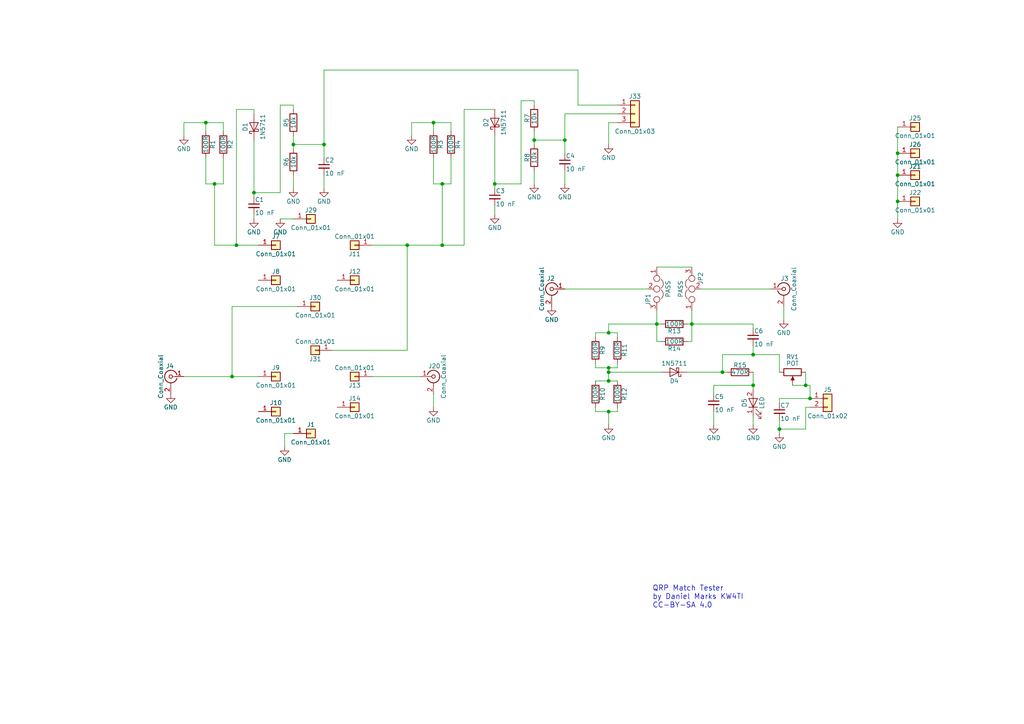
<source format=kicad_sch>
(kicad_sch (version 20211123) (generator eeschema)
  (paper "A4")
  (lib_symbols
    (symbol "MatchTester-rescue:C_Small" (pin_numbers hide) (pin_names (offset 0.254) hide)
      (property "Reference" "C" (at 0.254 1.778 0))
      (property "Value" "C_Small" (at 0.254 -2.032 0))
      (symbol "C_Small_0_1"
        (polyline (pts (xy -1.524 -0.508) (xy 1.524 -0.508)) (stroke (width 0.3302)))
        (polyline (pts (xy -1.524 0.508) (xy 1.524 0.508)) (stroke (width 0.3048)))
      )
      (symbol "C_Small_1_1"
        (pin passive line (at 0 2.54 270) (length 2.032) (name "~") (number "1"))
        (pin passive line (at 0 -2.54 90) (length 2.032) (name "~") (number "2"))
      )
    )
    (symbol "MatchTester-rescue:Conn_01x01" (pin_names (offset 1.016) hide)
      (property "Reference" "J" (at 0 2.54 0))
      (property "Value" "Conn_01x01" (at 0 -2.54 0))
      (symbol "Conn_01x01_1_1"
        (rectangle (start -1.27 0.127) (end 0 -0.127) (stroke (width 0.1524)))
        (rectangle (start -1.27 1.27) (end 1.27 -1.27) (stroke (width 0.254)) (fill (type background)))
        (pin passive line (at -5.08 0 0) (length 3.81) (name "Pin_1") (number "1"))
      )
    )
    (symbol "MatchTester-rescue:Conn_01x02" (pin_names (offset 1.016) hide)
      (property "Reference" "J" (at 0 2.54 0))
      (property "Value" "Conn_01x02" (at 0 -5.08 0))
      (symbol "Conn_01x02_1_1"
        (rectangle (start -1.27 -2.413) (end 0 -2.667) (stroke (width 0.1524)))
        (rectangle (start -1.27 0.127) (end 0 -0.127) (stroke (width 0.1524)))
        (rectangle (start -1.27 1.27) (end 1.27 -3.81) (stroke (width 0.254)) (fill (type background)))
        (pin passive line (at -5.08 0 0) (length 3.81) (name "Pin_1") (number "1"))
        (pin passive line (at -5.08 -2.54 0) (length 3.81) (name "Pin_2") (number "2"))
      )
    )
    (symbol "MatchTester-rescue:Conn_01x03" (pin_names (offset 1.016) hide)
      (property "Reference" "J" (at 0 5.08 0))
      (property "Value" "Conn_01x03" (at 0 -5.08 0))
      (symbol "Conn_01x03_1_1"
        (rectangle (start -1.27 -2.413) (end 0 -2.667) (stroke (width 0.1524)))
        (rectangle (start -1.27 0.127) (end 0 -0.127) (stroke (width 0.1524)))
        (rectangle (start -1.27 2.667) (end 0 2.413) (stroke (width 0.1524)))
        (rectangle (start -1.27 3.81) (end 1.27 -3.81) (stroke (width 0.254)) (fill (type background)))
        (pin passive line (at -5.08 2.54 0) (length 3.81) (name "Pin_1") (number "1"))
        (pin passive line (at -5.08 0 0) (length 3.81) (name "Pin_2") (number "2"))
        (pin passive line (at -5.08 -2.54 0) (length 3.81) (name "Pin_3") (number "3"))
      )
    )
    (symbol "MatchTester-rescue:Conn_Coaxial" (pin_names (offset 1.016) hide)
      (property "Reference" "J" (at 0.254 3.048 0))
      (property "Value" "Conn_Coaxial" (at 2.921 0 90))
      (symbol "Conn_Coaxial_0_1"
        (arc (start -1.778 -0.508) (mid 0.2311 -1.8066) (end 1.778 0) (stroke (width 0.254)))
        (polyline (pts (xy -1.27 0) (xy -0.508 0)))
        (polyline (pts (xy 0 -2.54) (xy 0 -1.778)))
        (circle (center 0 0) (radius 0.508) (stroke (width 0.2032)))
        (arc (start 1.778 0) (mid 0.2099 1.8101) (end -1.778 0.508) (stroke (width 0.254)))
      )
      (symbol "Conn_Coaxial_1_1"
        (pin passive line (at -3.81 0 0) (length 2.54) (name "In") (number "1"))
        (pin passive line (at 0 -5.08 90) (length 2.54) (name "Ext") (number "2"))
      )
    )
    (symbol "MatchTester-rescue:D_Schottky" (pin_numbers hide) (pin_names (offset 1.016) hide)
      (property "Reference" "D" (at 0 2.54 0))
      (property "Value" "D_Schottky" (at 0 -2.54 0))
      (symbol "D_Schottky_0_1"
        (polyline (pts (xy 1.27 0) (xy -1.27 0)))
        (polyline (pts (xy 1.27 1.27) (xy 1.27 -1.27) (xy -1.27 0) (xy 1.27 1.27)) (stroke (width 0.2032)))
        (polyline (pts (xy -1.905 0.635) (xy -1.905 1.27) (xy -1.27 1.27) (xy -1.27 -1.27) (xy -0.635 -1.27) (xy -0.635 -0.635)) (stroke (width 0.2032)))
      )
      (symbol "D_Schottky_1_1"
        (pin passive line (at -3.81 0 0) (length 2.54) (name "K") (number "1"))
        (pin passive line (at 3.81 0 180) (length 2.54) (name "A") (number "2"))
      )
    )
    (symbol "MatchTester-rescue:GND" (power) (pin_names (offset 0))
      (property "Value" "GND" (at 0 -3.81 0))
      (symbol "GND_0_1"
        (polyline (pts (xy 0 0) (xy 0 -1.27) (xy 1.27 -1.27) (xy 0 -2.54) (xy -1.27 -1.27) (xy 0 -1.27)))
      )
      (symbol "GND_1_1"
        (pin power_in line (at 0 0 270) (length 0) hide (name "GND") (number "1"))
      )
    )
    (symbol "MatchTester-rescue:Jumper_NC_Dual" (pin_names (offset 0.762) hide)
      (property "Reference" "JP" (at 1.27 -2.54 0))
      (property "Value" "Jumper_NC_Dual" (at 0 2.54 0))
      (symbol "Jumper_NC_Dual_0_1"
        (circle (center -3.048 0) (radius 0.889))
        (arc (start -0.254 1.27) (mid -1.524 1.8804) (end -2.794 1.27))
        (circle (center 0 0) (radius 0.9144))
        (arc (start 2.794 1.27) (mid 1.524 1.8804) (end 0.254 1.27))
        (circle (center 3.048 0) (radius 0.889))
        (pin passive line (at -6.35 0 0) (length 2.413) (name "1") (number "1"))
        (pin passive line (at 0 -2.54 90) (length 1.524) (name "2") (number "2"))
        (pin passive line (at 6.35 0 180) (length 2.413) (name "3") (number "3"))
      )
    )
    (symbol "MatchTester-rescue:LED" (pin_names (offset 1.016) hide)
      (property "Reference" "D" (at 0 2.54 0))
      (property "Value" "LED" (at 0 -2.54 0))
      (symbol "LED_0_1"
        (polyline (pts (xy -1.27 -1.27) (xy -1.27 1.27)) (stroke (width 0.2032)))
        (polyline (pts (xy -1.27 0) (xy 1.27 0)))
        (polyline (pts (xy 1.27 -1.27) (xy 1.27 1.27) (xy -1.27 0) (xy 1.27 -1.27)) (stroke (width 0.2032)))
        (polyline (pts (xy -3.048 -0.762) (xy -4.572 -2.286) (xy -3.81 -2.286) (xy -4.572 -2.286) (xy -4.572 -1.524)))
        (polyline (pts (xy -1.778 -0.762) (xy -3.302 -2.286) (xy -2.54 -2.286) (xy -3.302 -2.286) (xy -3.302 -1.524)))
      )
      (symbol "LED_1_1"
        (pin passive line (at -3.81 0 0) (length 2.54) (name "K") (number "1"))
        (pin passive line (at 3.81 0 180) (length 2.54) (name "A") (number "2"))
      )
    )
    (symbol "MatchTester-rescue:POT" (pin_numbers hide) (pin_names (offset 1.016) hide)
      (property "Reference" "RV" (at -4.445 0 90))
      (property "Value" "POT" (at -2.54 0 90))
      (symbol "POT_0_1"
        (polyline (pts (xy 2.54 0) (xy 1.524 0)))
        (polyline (pts (xy 1.143 0) (xy 2.286 0.508) (xy 2.286 -0.508)) (fill (type outline)))
        (rectangle (start 1.016 2.54) (end -1.016 -2.54) (stroke (width 0.254)))
      )
      (symbol "POT_1_1"
        (pin passive line (at 0 3.81 270) (length 1.27) (name "1") (number "1"))
        (pin passive line (at 3.81 0 180) (length 1.27) (name "2") (number "2"))
        (pin passive line (at 0 -3.81 90) (length 1.27) (name "3") (number "3"))
      )
    )
    (symbol "MatchTester-rescue:R" (pin_numbers hide) (pin_names (offset 0))
      (property "Reference" "R" (at 2.032 0 90))
      (property "Value" "R" (at 0 0 90))
      (symbol "R_0_1"
        (rectangle (start -1.016 -2.54) (end 1.016 2.54) (stroke (width 0.254)))
      )
      (symbol "R_1_1"
        (pin passive line (at 0 3.81 270) (length 1.27) (name "~") (number "1"))
        (pin passive line (at 0 -3.81 90) (length 1.27) (name "~") (number "2"))
      )
    )
  )
  (junction (at 176.53 106.68))
  (junction (at 67.31 109.22))
  (junction (at 176.53 110.49))
  (junction (at 260.35 58.42))
  (junction (at 176.53 107.95))
  (junction (at 163.83 40.64))
  (junction (at 128.27 53.34))
  (junction (at 260.35 44.45))
  (junction (at 176.53 96.52))
  (junction (at 128.27 71.12))
  (junction (at 218.44 111.76))
  (junction (at 209.55 107.95))
  (junction (at 176.53 119.38))
  (junction (at 233.68 111.76))
  (junction (at 200.66 93.98))
  (junction (at 260.35 50.8))
  (junction (at 62.23 53.34))
  (junction (at 226.06 124.46))
  (junction (at 190.5 93.98))
  (junction (at 218.44 102.87))
  (junction (at 118.11 71.12))
  (junction (at 234.95 115.57))
  (junction (at 93.98 41.91))
  (junction (at 85.09 41.91))
  (junction (at 125.73 35.56))
  (junction (at 68.58 71.12))
  (junction (at 59.69 35.56))
  (junction (at 143.51 53.34))
  (junction (at 154.94 40.64))
  (junction (at 73.66 55.88))
  (wire (pts (xy 176.53 123.19) (xy 176.53 119.38)))
  (wire (pts (xy 128.27 71.12) (xy 134.62 71.12)))
  (wire (pts (xy 203.2 83.82) (xy 223.52 83.82)))
  (wire (pts (xy 64.77 35.56) (xy 64.77 38.1)))
  (wire (pts (xy 93.98 41.91) (xy 85.09 41.91)))
  (wire (pts (xy 190.5 77.47) (xy 200.66 77.47)))
  (wire (pts (xy 176.53 35.56) (xy 176.53 41.91)))
  (wire (pts (xy 163.83 33.02) (xy 179.07 33.02)))
  (wire (pts (xy 190.5 90.17) (xy 190.5 93.98)))
  (wire (pts (xy 218.44 123.19) (xy 218.44 120.65)))
  (wire (pts (xy 172.72 96.52) (xy 172.72 97.79)))
  (wire (pts (xy 134.62 31.75) (xy 143.51 31.75)))
  (wire (pts (xy 167.64 30.48) (xy 179.07 30.48)))
  (wire (pts (xy 81.28 55.88) (xy 73.66 55.88)))
  (wire (pts (xy 226.06 121.92) (xy 226.06 124.46)))
  (wire (pts (xy 172.72 105.41) (xy 172.72 106.68)))
  (wire (pts (xy 143.51 39.37) (xy 143.51 53.34)))
  (wire (pts (xy 73.66 31.75) (xy 73.66 33.02)))
  (wire (pts (xy 81.28 30.48) (xy 81.28 55.88)))
  (wire (pts (xy 260.35 50.8) (xy 260.35 58.42)))
  (wire (pts (xy 67.31 88.9) (xy 67.31 109.22)))
  (wire (pts (xy 125.73 45.72) (xy 125.73 53.34)))
  (wire (pts (xy 130.81 35.56) (xy 130.81 38.1)))
  (wire (pts (xy 207.01 111.76) (xy 218.44 111.76)))
  (wire (pts (xy 209.55 102.87) (xy 218.44 102.87)))
  (wire (pts (xy 163.83 33.02) (xy 163.83 40.64)))
  (wire (pts (xy 176.53 107.95) (xy 176.53 110.49)))
  (wire (pts (xy 96.52 101.6) (xy 118.11 101.6)))
  (wire (pts (xy 260.35 36.83) (xy 260.35 44.45)))
  (wire (pts (xy 172.72 110.49) (xy 176.53 110.49)))
  (wire (pts (xy 82.55 125.73) (xy 85.09 125.73)))
  (wire (pts (xy 73.66 55.88) (xy 73.66 57.15)))
  (wire (pts (xy 53.34 39.37) (xy 53.34 35.56)))
  (wire (pts (xy 163.83 83.82) (xy 187.96 83.82)))
  (wire (pts (xy 227.33 92.71) (xy 227.33 88.9)))
  (wire (pts (xy 93.98 41.91) (xy 93.98 45.72)))
  (wire (pts (xy 163.83 40.64) (xy 154.94 40.64)))
  (wire (pts (xy 218.44 102.87) (xy 226.06 102.87)))
  (wire (pts (xy 233.68 124.46) (xy 233.68 118.11)))
  (wire (pts (xy 81.28 63.5) (xy 85.09 63.5)))
  (wire (pts (xy 59.69 35.56) (xy 64.77 35.56)))
  (wire (pts (xy 234.95 111.76) (xy 234.95 115.57)))
  (wire (pts (xy 151.13 29.21) (xy 151.13 53.34)))
  (wire (pts (xy 176.53 93.98) (xy 176.53 96.52)))
  (wire (pts (xy 207.01 123.19) (xy 207.01 119.38)))
  (wire (pts (xy 190.5 93.98) (xy 191.77 93.98)))
  (wire (pts (xy 73.66 62.23) (xy 73.66 63.5)))
  (wire (pts (xy 86.36 88.9) (xy 67.31 88.9)))
  (wire (pts (xy 154.94 38.1) (xy 154.94 40.64)))
  (wire (pts (xy 107.95 71.12) (xy 118.11 71.12)))
  (wire (pts (xy 190.5 99.06) (xy 191.77 99.06)))
  (wire (pts (xy 179.07 96.52) (xy 179.07 97.79)))
  (wire (pts (xy 199.39 93.98) (xy 200.66 93.98)))
  (wire (pts (xy 85.09 30.48) (xy 85.09 31.75)))
  (wire (pts (xy 85.09 39.37) (xy 85.09 41.91)))
  (wire (pts (xy 176.53 107.95) (xy 191.77 107.95)))
  (wire (pts (xy 200.66 99.06) (xy 199.39 99.06)))
  (wire (pts (xy 154.94 29.21) (xy 154.94 30.48)))
  (wire (pts (xy 62.23 53.34) (xy 64.77 53.34)))
  (wire (pts (xy 154.94 53.34) (xy 154.94 49.53)))
  (wire (pts (xy 167.64 20.32) (xy 167.64 30.48)))
  (wire (pts (xy 130.81 53.34) (xy 130.81 45.72)))
  (wire (pts (xy 233.68 111.76) (xy 233.68 107.95)))
  (wire (pts (xy 218.44 111.76) (xy 218.44 113.03)))
  (wire (pts (xy 200.66 93.98) (xy 218.44 93.98)))
  (wire (pts (xy 59.69 53.34) (xy 62.23 53.34)))
  (wire (pts (xy 209.55 107.95) (xy 210.82 107.95)))
  (wire (pts (xy 218.44 102.87) (xy 218.44 100.33)))
  (wire (pts (xy 118.11 71.12) (xy 128.27 71.12)))
  (wire (pts (xy 226.06 124.46) (xy 233.68 124.46)))
  (wire (pts (xy 233.68 111.76) (xy 234.95 111.76)))
  (wire (pts (xy 226.06 102.87) (xy 226.06 107.95)))
  (wire (pts (xy 125.73 35.56) (xy 130.81 35.56)))
  (wire (pts (xy 199.39 107.95) (xy 209.55 107.95)))
  (wire (pts (xy 125.73 35.56) (xy 125.73 38.1)))
  (wire (pts (xy 218.44 93.98) (xy 218.44 95.25)))
  (wire (pts (xy 68.58 31.75) (xy 73.66 31.75)))
  (wire (pts (xy 93.98 54.61) (xy 93.98 50.8)))
  (wire (pts (xy 176.53 110.49) (xy 179.07 110.49)))
  (wire (pts (xy 143.51 53.34) (xy 143.51 54.61)))
  (wire (pts (xy 163.83 53.34) (xy 163.83 49.53)))
  (wire (pts (xy 176.53 106.68) (xy 176.53 107.95)))
  (wire (pts (xy 200.66 93.98) (xy 200.66 99.06)))
  (wire (pts (xy 151.13 53.34) (xy 143.51 53.34)))
  (wire (pts (xy 176.53 119.38) (xy 179.07 119.38)))
  (wire (pts (xy 59.69 45.72) (xy 59.69 53.34)))
  (wire (pts (xy 134.62 71.12) (xy 134.62 31.75)))
  (wire (pts (xy 82.55 129.54) (xy 82.55 125.73)))
  (wire (pts (xy 260.35 58.42) (xy 260.35 63.5)))
  (wire (pts (xy 163.83 40.64) (xy 163.83 44.45)))
  (wire (pts (xy 121.92 109.22) (xy 107.95 109.22)))
  (wire (pts (xy 179.07 119.38) (xy 179.07 118.11)))
  (wire (pts (xy 128.27 53.34) (xy 130.81 53.34)))
  (wire (pts (xy 53.34 35.56) (xy 59.69 35.56)))
  (wire (pts (xy 119.38 35.56) (xy 125.73 35.56)))
  (wire (pts (xy 179.07 106.68) (xy 179.07 105.41)))
  (wire (pts (xy 118.11 101.6) (xy 118.11 71.12)))
  (wire (pts (xy 176.53 93.98) (xy 190.5 93.98)))
  (wire (pts (xy 53.34 109.22) (xy 67.31 109.22)))
  (wire (pts (xy 125.73 118.11) (xy 125.73 114.3)))
  (wire (pts (xy 172.72 119.38) (xy 176.53 119.38)))
  (wire (pts (xy 172.72 106.68) (xy 176.53 106.68)))
  (wire (pts (xy 207.01 111.76) (xy 207.01 114.3)))
  (wire (pts (xy 62.23 53.34) (xy 62.23 71.12)))
  (wire (pts (xy 176.53 35.56) (xy 179.07 35.56)))
  (wire (pts (xy 151.13 29.21) (xy 154.94 29.21)))
  (wire (pts (xy 68.58 71.12) (xy 68.58 31.75)))
  (wire (pts (xy 176.53 106.68) (xy 179.07 106.68)))
  (wire (pts (xy 226.06 116.84) (xy 226.06 115.57)))
  (wire (pts (xy 81.28 30.48) (xy 85.09 30.48)))
  (wire (pts (xy 119.38 39.37) (xy 119.38 35.56)))
  (wire (pts (xy 209.55 107.95) (xy 209.55 102.87)))
  (wire (pts (xy 85.09 41.91) (xy 85.09 43.18)))
  (wire (pts (xy 226.06 124.46) (xy 226.06 125.73)))
  (wire (pts (xy 190.5 93.98) (xy 190.5 99.06)))
  (wire (pts (xy 67.31 109.22) (xy 74.93 109.22)))
  (wire (pts (xy 226.06 115.57) (xy 234.95 115.57)))
  (wire (pts (xy 172.72 96.52) (xy 176.53 96.52)))
  (wire (pts (xy 176.53 96.52) (xy 179.07 96.52)))
  (wire (pts (xy 59.69 35.56) (xy 59.69 38.1)))
  (wire (pts (xy 218.44 107.95) (xy 218.44 111.76)))
  (wire (pts (xy 154.94 40.64) (xy 154.94 41.91)))
  (wire (pts (xy 172.72 118.11) (xy 172.72 119.38)))
  (wire (pts (xy 233.68 118.11) (xy 234.95 118.11)))
  (wire (pts (xy 64.77 53.34) (xy 64.77 45.72)))
  (wire (pts (xy 62.23 71.12) (xy 68.58 71.12)))
  (wire (pts (xy 125.73 53.34) (xy 128.27 53.34)))
  (wire (pts (xy 200.66 90.17) (xy 200.66 93.98)))
  (wire (pts (xy 85.09 54.61) (xy 85.09 50.8)))
  (wire (pts (xy 128.27 71.12) (xy 128.27 53.34)))
  (wire (pts (xy 68.58 71.12) (xy 74.93 71.12)))
  (wire (pts (xy 73.66 40.64) (xy 73.66 55.88)))
  (wire (pts (xy 143.51 59.69) (xy 143.51 62.23)))
  (wire (pts (xy 93.98 20.32) (xy 167.64 20.32)))
  (wire (pts (xy 260.35 44.45) (xy 260.35 50.8)))
  (wire (pts (xy 93.98 20.32) (xy 93.98 41.91)))
  (wire (pts (xy 229.87 111.76) (xy 233.68 111.76)))
  (text "QRP Match Tester\nby Daniel Marks KW4TI\nCC-BY-SA 4.0\n" (at 189.23 176.53 0) (effects (font (size 1.524 1.524)) (justify left bottom)))
  (symbol (lib_id "MatchTester-rescue:Conn_01x01") (at 90.17 63.5 0) (unit 1)
    (property "Reference" "J29" (at 90.17 60.96 0))
    (property "Value" "Conn_01x01" (at 90.17 66.04 0))
    (property "Footprint" "Connectors:1pin" (effects hide))
  )
  (symbol (lib_id "MatchTester-rescue:GND") (at 81.28 63.5 0) (unit 1)
    (property "Reference" "#PWR04" (effects hide))
    (property "Value" "GND" (at 81.28 67.31 0))
  )
  (symbol (lib_id "MatchTester-rescue:Conn_01x01") (at 91.44 88.9 0) (unit 1)
    (property "Reference" "J30" (at 91.44 86.36 0))
    (property "Value" "Conn_01x01" (at 91.44 91.44 0))
    (property "Footprint" "Connectors:1pin" (effects hide))
  )
  (symbol (lib_id "MatchTester-rescue:Conn_01x01") (at 91.44 101.6 180) (unit 1)
    (property "Reference" "J31" (at 91.44 104.14 0))
    (property "Value" "Conn_01x01" (at 91.44 99.06 0))
    (property "Footprint" "Connectors:1pin" (effects hide))
  )
  (symbol (lib_id "MatchTester-rescue:Conn_01x01") (at 80.01 71.12 0) (unit 1)
    (property "Reference" "J7" (at 80.01 68.58 0))
    (property "Value" "Conn_01x01" (at 80.01 73.66 0))
    (property "Footprint" "Connectors:1pin" (effects hide))
  )
  (symbol (lib_id "MatchTester-rescue:Conn_01x01") (at 102.87 71.12 180) (unit 1)
    (property "Reference" "J11" (at 102.87 73.66 0))
    (property "Value" "Conn_01x01" (at 102.87 68.58 0))
    (property "Footprint" "Connectors:1pin" (effects hide))
  )
  (symbol (lib_id "MatchTester-rescue:Conn_01x01") (at 102.87 81.28 0) (unit 1)
    (property "Reference" "J12" (at 102.87 78.74 0))
    (property "Value" "Conn_01x01" (at 102.87 83.82 0))
    (property "Footprint" "Connectors:1pin" (effects hide))
  )
  (symbol (lib_id "MatchTester-rescue:Conn_01x01") (at 80.01 81.28 0) (unit 1)
    (property "Reference" "J8" (at 80.01 78.74 0))
    (property "Value" "Conn_01x01" (at 80.01 83.82 0))
    (property "Footprint" "Connectors:1pin" (effects hide))
  )
  (symbol (lib_id "MatchTester-rescue:Conn_Coaxial") (at 49.53 109.22 0) (mirror y) (unit 1)
    (property "Reference" "J4" (at 49.276 106.172 0))
    (property "Value" "Conn_Coaxial" (at 46.609 109.22 90))
    (property "Footprint" "MatchTester:bnc_90_1-1337543-0_pad_combo" (effects hide))
  )
  (symbol (lib_id "MatchTester-rescue:GND") (at 49.53 114.3 0) (unit 1)
    (property "Reference" "#PWR01" (effects hide))
    (property "Value" "GND" (at 49.53 118.11 0))
  )
  (symbol (lib_id "MatchTester-rescue:Conn_Coaxial") (at 125.73 109.22 0) (unit 1)
    (property "Reference" "J20" (at 125.984 106.172 0))
    (property "Value" "Conn_Coaxial" (at 128.651 109.22 90))
    (property "Footprint" "MatchTester:bnc_90_1-1337543-0_pad_combo" (effects hide))
  )
  (symbol (lib_id "MatchTester-rescue:GND") (at 125.73 118.11 0) (unit 1)
    (property "Reference" "#PWR09" (effects hide))
    (property "Value" "GND" (at 125.73 121.92 0))
  )
  (symbol (lib_id "MatchTester-rescue:Conn_01x01") (at 80.01 109.22 0) (unit 1)
    (property "Reference" "J9" (at 80.01 106.68 0))
    (property "Value" "Conn_01x01" (at 80.01 111.76 0))
    (property "Footprint" "Connectors:1pin" (effects hide))
  )
  (symbol (lib_id "MatchTester-rescue:Conn_01x01") (at 102.87 109.22 180) (unit 1)
    (property "Reference" "J13" (at 102.87 111.76 0))
    (property "Value" "Conn_01x01" (at 102.87 106.68 0))
    (property "Footprint" "Connectors:1pin" (effects hide))
  )
  (symbol (lib_id "MatchTester-rescue:Conn_01x01") (at 102.87 118.11 0) (unit 1)
    (property "Reference" "J14" (at 102.87 115.57 0))
    (property "Value" "Conn_01x01" (at 102.87 120.65 0))
    (property "Footprint" "Connectors:1pin" (effects hide))
  )
  (symbol (lib_id "MatchTester-rescue:Conn_01x01") (at 80.01 119.38 0) (unit 1)
    (property "Reference" "J10" (at 80.01 116.84 0))
    (property "Value" "Conn_01x01" (at 80.01 121.92 0))
    (property "Footprint" "Connectors:1pin" (effects hide))
  )
  (symbol (lib_id "MatchTester-rescue:Conn_01x01") (at 265.43 50.8 0) (unit 1)
    (property "Reference" "J21" (at 265.43 48.26 0))
    (property "Value" "Conn_01x01" (at 265.43 53.34 0))
    (property "Footprint" "Connectors:1pin" (effects hide))
  )
  (symbol (lib_id "MatchTester-rescue:Conn_01x01") (at 265.43 58.42 0) (unit 1)
    (property "Reference" "J22" (at 265.43 55.88 0))
    (property "Value" "Conn_01x01" (at 265.43 60.96 0))
    (property "Footprint" "Connectors:1pin" (effects hide))
  )
  (symbol (lib_id "MatchTester-rescue:R") (at 59.69 41.91 0) (unit 1)
    (property "Reference" "R1" (at 61.722 41.91 90))
    (property "Value" "100R" (at 59.69 41.91 90))
    (property "Footprint" "MatchTester:R_Axial_DIN0309_L9.0mm_D3.2mm_P12.70mm_Horizontal" (effects hide))
  )
  (symbol (lib_id "MatchTester-rescue:R") (at 64.77 41.91 0) (unit 1)
    (property "Reference" "R2" (at 66.802 41.91 90))
    (property "Value" "100R" (at 64.77 41.91 90))
    (property "Footprint" "MatchTester:R_Axial_DIN0309_L9.0mm_D3.2mm_P12.70mm_Horizontal" (effects hide))
  )
  (symbol (lib_id "MatchTester-rescue:GND") (at 53.34 39.37 0) (unit 1)
    (property "Reference" "#PWR02" (effects hide))
    (property "Value" "GND" (at 53.34 43.18 0))
  )
  (symbol (lib_id "MatchTester-rescue:R") (at 125.73 41.91 0) (unit 1)
    (property "Reference" "R3" (at 127.762 41.91 90))
    (property "Value" "100R" (at 125.73 41.91 90))
    (property "Footprint" "MatchTester:R_Axial_DIN0309_L9.0mm_D3.2mm_P12.70mm_Horizontal" (effects hide))
  )
  (symbol (lib_id "MatchTester-rescue:R") (at 130.81 41.91 0) (unit 1)
    (property "Reference" "R4" (at 132.842 41.91 90))
    (property "Value" "100R" (at 130.81 41.91 90))
    (property "Footprint" "MatchTester:R_Axial_DIN0309_L9.0mm_D3.2mm_P12.70mm_Horizontal" (effects hide))
  )
  (symbol (lib_id "MatchTester-rescue:GND") (at 119.38 39.37 0) (unit 1)
    (property "Reference" "#PWR08" (effects hide))
    (property "Value" "GND" (at 119.38 43.18 0))
  )
  (symbol (lib_id "MatchTester-rescue:GND") (at 260.35 63.5 0) (unit 1)
    (property "Reference" "#PWR020" (effects hide))
    (property "Value" "GND" (at 260.35 67.31 0))
  )
  (symbol (lib_id "MatchTester-rescue:D_Schottky") (at 73.66 36.83 90) (unit 1)
    (property "Reference" "D1" (at 71.12 36.83 0))
    (property "Value" "1N5711" (at 76.2 36.83 0))
    (property "Footprint" "Diodes_THT:D_DO-35_SOD27_P7.62mm_Horizontal" (effects hide))
  )
  (symbol (lib_id "MatchTester-rescue:C_Small") (at 73.66 59.69 0) (unit 1)
    (property "Reference" "C1" (at 73.914 57.912 0) (effects (justify left)))
    (property "Value" "10 nF" (at 73.914 61.722 0) (effects (justify left)))
    (property "Footprint" "Capacitors_THT:C_Disc_D5.0mm_W2.5mm_P5.00mm" (effects hide))
  )
  (symbol (lib_id "MatchTester-rescue:GND") (at 73.66 63.5 0) (unit 1)
    (property "Reference" "#PWR03" (effects hide))
    (property "Value" "GND" (at 73.66 67.31 0))
  )
  (symbol (lib_id "MatchTester-rescue:R") (at 85.09 35.56 180) (unit 1)
    (property "Reference" "R5" (at 83.058 35.56 90))
    (property "Value" "10k" (at 85.09 35.56 90))
    (property "Footprint" "Resistors_THT:R_Axial_DIN0207_L6.3mm_D2.5mm_P7.62mm_Horizontal" (effects hide))
  )
  (symbol (lib_id "MatchTester-rescue:R") (at 85.09 46.99 180) (unit 1)
    (property "Reference" "R6" (at 83.058 46.99 90))
    (property "Value" "10k" (at 85.09 46.99 90))
    (property "Footprint" "Resistors_THT:R_Axial_DIN0207_L6.3mm_D2.5mm_P7.62mm_Horizontal" (effects hide))
  )
  (symbol (lib_id "MatchTester-rescue:GND") (at 85.09 54.61 0) (unit 1)
    (property "Reference" "#PWR06" (effects hide))
    (property "Value" "GND" (at 85.09 58.42 0))
  )
  (symbol (lib_id "MatchTester-rescue:C_Small") (at 93.98 48.26 0) (unit 1)
    (property "Reference" "C2" (at 94.234 46.482 0) (effects (justify left)))
    (property "Value" "10 nF" (at 94.234 50.292 0) (effects (justify left)))
    (property "Footprint" "Capacitors_THT:C_Disc_D5.0mm_W2.5mm_P5.00mm" (effects hide))
  )
  (symbol (lib_id "MatchTester-rescue:GND") (at 93.98 54.61 0) (unit 1)
    (property "Reference" "#PWR07" (effects hide))
    (property "Value" "GND" (at 93.98 58.42 0))
  )
  (symbol (lib_id "MatchTester-rescue:D_Schottky") (at 143.51 35.56 90) (unit 1)
    (property "Reference" "D2" (at 140.97 35.56 0))
    (property "Value" "1N5711" (at 146.05 35.56 0))
    (property "Footprint" "Diodes_THT:D_DO-35_SOD27_P7.62mm_Horizontal" (effects hide))
  )
  (symbol (lib_id "MatchTester-rescue:C_Small") (at 143.51 57.15 0) (unit 1)
    (property "Reference" "C3" (at 143.764 55.372 0) (effects (justify left)))
    (property "Value" "10 nF" (at 143.764 59.182 0) (effects (justify left)))
    (property "Footprint" "Capacitors_THT:C_Disc_D5.0mm_W2.5mm_P5.00mm" (effects hide))
  )
  (symbol (lib_id "MatchTester-rescue:R") (at 154.94 34.29 180) (unit 1)
    (property "Reference" "R7" (at 152.908 34.29 90))
    (property "Value" "10k" (at 154.94 34.29 90))
    (property "Footprint" "Resistors_THT:R_Axial_DIN0207_L6.3mm_D2.5mm_P7.62mm_Horizontal" (effects hide))
  )
  (symbol (lib_id "MatchTester-rescue:R") (at 154.94 45.72 180) (unit 1)
    (property "Reference" "R8" (at 152.908 45.72 90))
    (property "Value" "10k" (at 154.94 45.72 90))
    (property "Footprint" "Resistors_THT:R_Axial_DIN0207_L6.3mm_D2.5mm_P7.62mm_Horizontal" (effects hide))
  )
  (symbol (lib_id "MatchTester-rescue:GND") (at 154.94 53.34 0) (unit 1)
    (property "Reference" "#PWR011" (effects hide))
    (property "Value" "GND" (at 154.94 57.15 0))
  )
  (symbol (lib_id "MatchTester-rescue:C_Small") (at 163.83 46.99 0) (unit 1)
    (property "Reference" "C4" (at 164.084 45.212 0) (effects (justify left)))
    (property "Value" "10 nF" (at 164.084 49.022 0) (effects (justify left)))
    (property "Footprint" "Capacitors_THT:C_Disc_D5.0mm_W2.5mm_P5.00mm" (effects hide))
  )
  (symbol (lib_id "MatchTester-rescue:GND") (at 163.83 53.34 0) (unit 1)
    (property "Reference" "#PWR013" (effects hide))
    (property "Value" "GND" (at 163.83 57.15 0))
  )
  (symbol (lib_id "MatchTester-rescue:Conn_01x03") (at 184.15 33.02 0) (unit 1)
    (property "Reference" "J33" (at 184.15 27.94 0))
    (property "Value" "Conn_01x03" (at 184.15 38.1 0))
    (property "Footprint" "Pin_Headers:Pin_Header_Straight_1x03_Pitch2.54mm" (effects hide))
  )
  (symbol (lib_id "MatchTester-rescue:GND") (at 176.53 41.91 0) (unit 1)
    (property "Reference" "#PWR014" (effects hide))
    (property "Value" "GND" (at 176.53 45.72 0))
  )
  (symbol (lib_id "MatchTester-rescue:GND") (at 143.51 62.23 0) (unit 1)
    (property "Reference" "#PWR010" (effects hide))
    (property "Value" "GND" (at 143.51 66.04 0))
  )
  (symbol (lib_id "MatchTester-rescue:Conn_01x01") (at 265.43 36.83 0) (unit 1)
    (property "Reference" "J25" (at 265.43 34.29 0))
    (property "Value" "Conn_01x01" (at 265.43 39.37 0))
    (property "Footprint" "Connectors:1pin" (effects hide))
  )
  (symbol (lib_id "MatchTester-rescue:Conn_01x01") (at 265.43 44.45 0) (unit 1)
    (property "Reference" "J26" (at 265.43 41.91 0))
    (property "Value" "Conn_01x01" (at 265.43 46.99 0))
    (property "Footprint" "Connectors:1pin" (effects hide))
  )
  (symbol (lib_id "MatchTester-rescue:Conn_01x01") (at 90.17 125.73 0) (unit 1)
    (property "Reference" "J1" (at 90.17 123.19 0))
    (property "Value" "Conn_01x01" (at 90.17 128.27 0))
    (property "Footprint" "Connectors:1pin" (effects hide))
  )
  (symbol (lib_id "MatchTester-rescue:GND") (at 82.55 129.54 0) (unit 1)
    (property "Reference" "#PWR05" (effects hide))
    (property "Value" "GND" (at 82.55 133.35 0))
  )
  (symbol (lib_id "MatchTester-rescue:Conn_Coaxial") (at 160.02 83.82 0) (mirror y) (unit 1)
    (property "Reference" "J2" (at 159.766 80.772 0))
    (property "Value" "Conn_Coaxial" (at 157.099 83.82 90))
    (property "Footprint" "MatchTester:bnc_90_1-1337543-0_pad_combo" (effects hide))
  )
  (symbol (lib_id "MatchTester-rescue:GND") (at 160.02 88.9 0) (unit 1)
    (property "Reference" "#PWR012" (effects hide))
    (property "Value" "GND" (at 160.02 92.71 0))
  )
  (symbol (lib_id "MatchTester-rescue:Conn_Coaxial") (at 227.33 83.82 0) (unit 1)
    (property "Reference" "J3" (at 227.584 80.772 0))
    (property "Value" "Conn_Coaxial" (at 230.251 83.82 90))
    (property "Footprint" "MatchTester:bnc_90_1-1337543-0_pad_combo" (effects hide))
  )
  (symbol (lib_id "MatchTester-rescue:GND") (at 227.33 92.71 0) (unit 1)
    (property "Reference" "#PWR019" (effects hide))
    (property "Value" "GND" (at 227.33 96.52 0))
  )
  (symbol (lib_id "MatchTester-rescue:Jumper_NC_Dual") (at 190.5 83.82 270) (unit 1)
    (property "Reference" "JP1" (at 187.96 85.09 0) (effects (justify left)))
    (property "Value" "PASS" (at 193.04 83.82 0) (effects (justify bottom)))
    (property "Footprint" "Pin_Headers:Pin_Header_Straight_1x03_Pitch2.54mm" (effects hide))
  )
  (symbol (lib_id "MatchTester-rescue:Jumper_NC_Dual") (at 200.66 83.82 90) (unit 1)
    (property "Reference" "JP2" (at 203.2 82.55 0) (effects (justify left)))
    (property "Value" "PASS" (at 198.12 83.82 0) (effects (justify bottom)))
    (property "Footprint" "Pin_Headers:Pin_Header_Straight_1x03_Pitch2.54mm" (effects hide))
  )
  (symbol (lib_id "MatchTester-rescue:R") (at 172.72 101.6 0) (unit 1)
    (property "Reference" "R9" (at 174.752 101.6 90))
    (property "Value" "100R" (at 172.72 101.6 90))
    (property "Footprint" "MatchTester:R_Axial_DIN0309_L9.0mm_D3.2mm_P12.70mm_Horizontal" (effects hide))
  )
  (symbol (lib_id "MatchTester-rescue:R") (at 179.07 101.6 0) (unit 1)
    (property "Reference" "R11" (at 181.102 101.6 90))
    (property "Value" "100R" (at 179.07 101.6 90))
    (property "Footprint" "MatchTester:R_Axial_DIN0309_L9.0mm_D3.2mm_P12.70mm_Horizontal" (effects hide))
  )
  (symbol (lib_id "MatchTester-rescue:R") (at 172.72 114.3 0) (unit 1)
    (property "Reference" "R10" (at 174.752 114.3 90))
    (property "Value" "100R" (at 172.72 114.3 90))
    (property "Footprint" "MatchTester:R_Axial_DIN0309_L9.0mm_D3.2mm_P12.70mm_Horizontal" (effects hide))
  )
  (symbol (lib_id "MatchTester-rescue:R") (at 179.07 114.3 0) (unit 1)
    (property "Reference" "R12" (at 181.102 114.3 90))
    (property "Value" "100R" (at 179.07 114.3 90))
    (property "Footprint" "MatchTester:R_Axial_DIN0309_L9.0mm_D3.2mm_P12.70mm_Horizontal" (effects hide))
  )
  (symbol (lib_id "MatchTester-rescue:GND") (at 176.53 123.19 0) (unit 1)
    (property "Reference" "#PWR015" (effects hide))
    (property "Value" "GND" (at 176.53 127 0))
  )
  (symbol (lib_id "MatchTester-rescue:D_Schottky") (at 195.58 107.95 180) (unit 1)
    (property "Reference" "D4" (at 195.58 110.49 0))
    (property "Value" "1N5711" (at 195.58 105.41 0))
    (property "Footprint" "Diodes_THT:D_DO-35_SOD27_P7.62mm_Horizontal" (effects hide))
  )
  (symbol (lib_id "MatchTester-rescue:R") (at 214.63 107.95 90) (unit 1)
    (property "Reference" "R15" (at 214.63 105.918 90))
    (property "Value" "470R" (at 214.63 107.95 90))
    (property "Footprint" "Resistors_THT:R_Axial_DIN0207_L6.3mm_D2.5mm_P7.62mm_Horizontal" (effects hide))
  )
  (symbol (lib_id "MatchTester-rescue:C_Small") (at 207.01 116.84 0) (unit 1)
    (property "Reference" "C5" (at 207.264 115.062 0) (effects (justify left)))
    (property "Value" "10 nF" (at 207.264 118.872 0) (effects (justify left)))
    (property "Footprint" "Capacitors_THT:C_Disc_D5.0mm_W2.5mm_P2.50mm" (effects hide))
  )
  (symbol (lib_id "MatchTester-rescue:GND") (at 207.01 123.19 0) (unit 1)
    (property "Reference" "#PWR016" (effects hide))
    (property "Value" "GND" (at 207.01 127 0))
  )
  (symbol (lib_id "MatchTester-rescue:LED") (at 218.44 116.84 90) (unit 1)
    (property "Reference" "D5" (at 215.9 116.84 0))
    (property "Value" "LED" (at 220.98 116.84 0))
    (property "Footprint" "LEDs:LED_D5.0mm" (effects hide))
  )
  (symbol (lib_id "MatchTester-rescue:GND") (at 218.44 123.19 0) (unit 1)
    (property "Reference" "#PWR017" (effects hide))
    (property "Value" "GND" (at 218.44 127 0))
  )
  (symbol (lib_id "MatchTester-rescue:C_Small") (at 218.44 97.79 0) (unit 1)
    (property "Reference" "C6" (at 218.694 96.012 0) (effects (justify left)))
    (property "Value" "10 nF" (at 218.694 99.822 0) (effects (justify left)))
    (property "Footprint" "Capacitors_THT:C_Disc_D5.0mm_W2.5mm_P2.50mm" (effects hide))
  )
  (symbol (lib_id "MatchTester-rescue:R") (at 195.58 93.98 270) (unit 1)
    (property "Reference" "R13" (at 195.58 96.012 90))
    (property "Value" "100R" (at 195.58 93.98 90))
    (property "Footprint" "MatchTester:R_Axial_DIN0309_L9.0mm_D3.2mm_P12.70mm_Horizontal" (effects hide))
  )
  (symbol (lib_id "MatchTester-rescue:R") (at 195.58 99.06 270) (unit 1)
    (property "Reference" "R14" (at 195.58 101.092 90))
    (property "Value" "100R" (at 195.58 99.06 90))
    (property "Footprint" "MatchTester:R_Axial_DIN0309_L9.0mm_D3.2mm_P12.70mm_Horizontal" (effects hide))
  )
  (symbol (lib_id "MatchTester-rescue:POT") (at 229.87 107.95 270) (unit 1)
    (property "Reference" "RV1" (at 229.87 103.505 90))
    (property "Value" "POT" (at 229.87 105.41 90))
    (property "Footprint" "Potentiometers:Potentiometer_Trimmer_Bourns_3296W" (effects hide))
  )
  (symbol (lib_id "MatchTester-rescue:Conn_01x02") (at 240.03 115.57 0) (unit 1)
    (property "Reference" "J5" (at 240.03 113.03 0))
    (property "Value" "Conn_01x02" (at 240.03 120.65 0))
    (property "Footprint" "Pin_Headers:Pin_Header_Straight_1x02_Pitch2.54mm" (effects hide))
  )
  (symbol (lib_id "MatchTester-rescue:C_Small") (at 226.06 119.38 0) (unit 1)
    (property "Reference" "C7" (at 226.314 117.602 0) (effects (justify left)))
    (property "Value" "10 nF" (at 226.314 121.412 0) (effects (justify left)))
    (property "Footprint" "Capacitors_THT:C_Disc_D5.0mm_W2.5mm_P2.50mm" (effects hide))
  )
  (symbol (lib_id "MatchTester-rescue:GND") (at 226.06 125.73 0) (unit 1)
    (property "Reference" "#PWR018" (effects hide))
    (property "Value" "GND" (at 226.06 129.54 0))
  )
)
</source>
